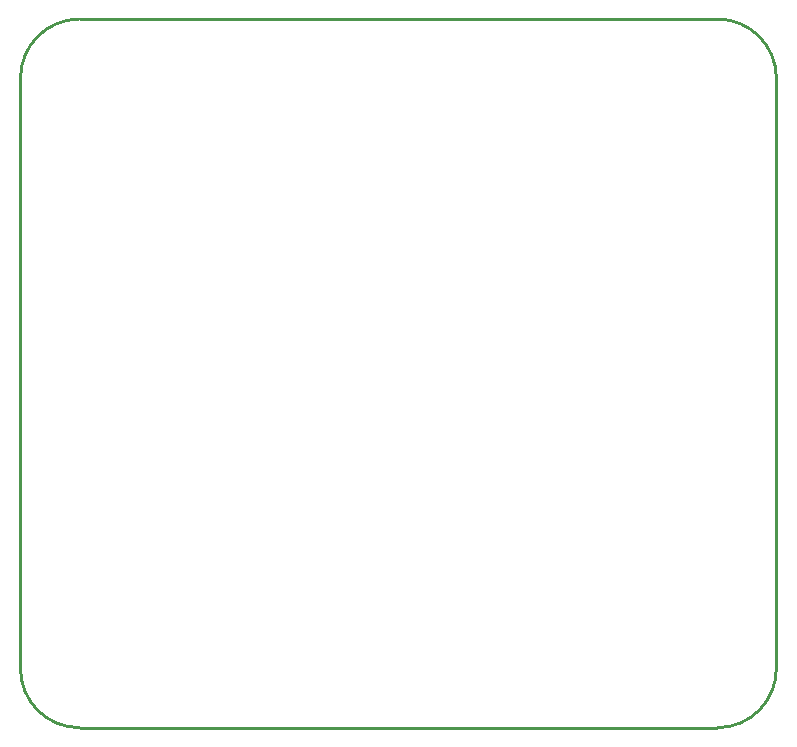
<source format=gko>
G04 Layer: BoardOutline*
G04 EasyEDA v6.4.19.5, 2021-05-28T08:08:18--3:00*
G04 c9b473d587b343d0a851897dfaf33f8f,59636247558045d2802cba280e4ac9d9,10*
G04 Gerber Generator version 0.2*
G04 Scale: 100 percent, Rotated: No, Reflected: No *
G04 Dimensions in millimeters *
G04 leading zeros omitted , absolute positions ,4 integer and 5 decimal *
%FSLAX45Y45*%
%MOMM*%

%ADD10C,0.2540*%
D10*
X5699998Y0D02*
G01*
X299999Y0D01*
X299999Y6000000D02*
G01*
X5699998Y6000000D01*
X-199999Y500001D02*
G01*
X-199999Y5500006D01*
X6200000Y5499999D02*
G01*
X6200000Y499998D01*
G75*
G01*
X299999Y6000001D02*
G03*
X-199995Y5502272I0J-499999D01*
G75*
G01*
X6200000Y5500002D02*
G03*
X5701711Y6000001I-500001J0D01*
G75*
G01*
X5705472Y-10D02*
G03*
X6199944Y509877I-5472J500012D01*
G75*
G01*
X-200022Y501767D02*
G03*
X297952Y-20I500021J-1767D01*

%LPD*%
M02*

</source>
